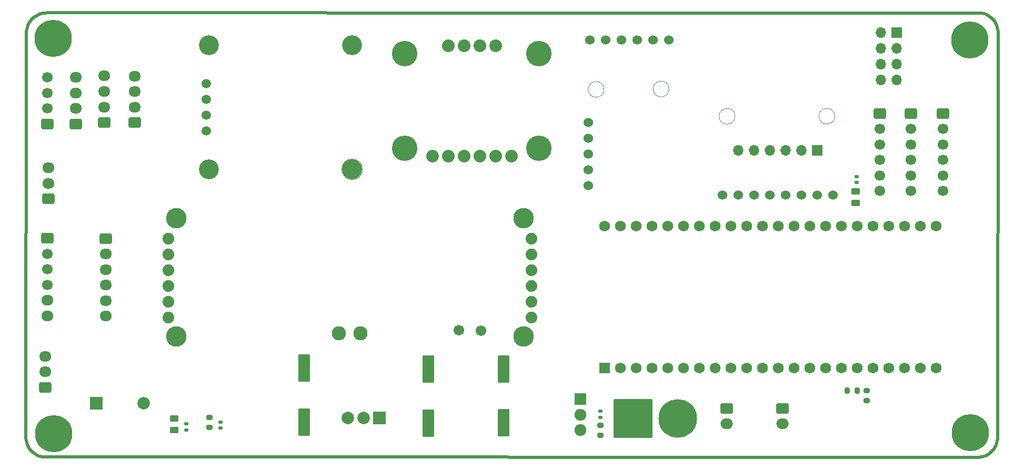
<source format=gbr>
%TF.GenerationSoftware,KiCad,Pcbnew,8.0.1*%
%TF.CreationDate,2024-04-08T11:37:36-05:00*%
%TF.ProjectId,C1,43312e6b-6963-4616-945f-706362585858,rev?*%
%TF.SameCoordinates,Original*%
%TF.FileFunction,Soldermask,Top*%
%TF.FilePolarity,Negative*%
%FSLAX46Y46*%
G04 Gerber Fmt 4.6, Leading zero omitted, Abs format (unit mm)*
G04 Created by KiCad (PCBNEW 8.0.1) date 2024-04-08 11:37:36*
%MOMM*%
%LPD*%
G01*
G04 APERTURE LIST*
G04 Aperture macros list*
%AMRoundRect*
0 Rectangle with rounded corners*
0 $1 Rounding radius*
0 $2 $3 $4 $5 $6 $7 $8 $9 X,Y pos of 4 corners*
0 Add a 4 corners polygon primitive as box body*
4,1,4,$2,$3,$4,$5,$6,$7,$8,$9,$2,$3,0*
0 Add four circle primitives for the rounded corners*
1,1,$1+$1,$2,$3*
1,1,$1+$1,$4,$5*
1,1,$1+$1,$6,$7*
1,1,$1+$1,$8,$9*
0 Add four rect primitives between the rounded corners*
20,1,$1+$1,$2,$3,$4,$5,0*
20,1,$1+$1,$4,$5,$6,$7,0*
20,1,$1+$1,$6,$7,$8,$9,0*
20,1,$1+$1,$8,$9,$2,$3,0*%
G04 Aperture macros list end*
%ADD10C,6.000000*%
%ADD11C,1.701800*%
%ADD12C,1.879600*%
%ADD13C,2.286000*%
%ADD14C,3.301600*%
%ADD15RoundRect,0.250000X0.700000X-1.950000X0.700000X1.950000X-0.700000X1.950000X-0.700000X-1.950000X0*%
%ADD16RoundRect,0.250000X-0.725000X0.600000X-0.725000X-0.600000X0.725000X-0.600000X0.725000X0.600000X0*%
%ADD17O,1.950000X1.700000*%
%ADD18RoundRect,0.250000X0.725000X-0.600000X0.725000X0.600000X-0.725000X0.600000X-0.725000X-0.600000X0*%
%ADD19C,1.700000*%
%ADD20RoundRect,0.250000X0.450000X-0.262500X0.450000X0.262500X-0.450000X0.262500X-0.450000X-0.262500X0*%
%ADD21RoundRect,0.147500X-0.172500X0.147500X-0.172500X-0.147500X0.172500X-0.147500X0.172500X0.147500X0*%
%ADD22R,2.000000X2.000000*%
%ADD23C,2.000000*%
%ADD24RoundRect,0.200000X-0.200000X-0.275000X0.200000X-0.275000X0.200000X0.275000X-0.200000X0.275000X0*%
%ADD25C,6.204000*%
%ADD26RoundRect,0.102000X-3.000000X-3.000000X3.000000X-3.000000X3.000000X3.000000X-3.000000X3.000000X0*%
%ADD27R,1.900000X1.900000*%
%ADD28C,1.900000*%
%ADD29RoundRect,0.250000X-0.450000X0.262500X-0.450000X-0.262500X0.450000X-0.262500X0.450000X0.262500X0*%
%ADD30RoundRect,0.250000X-0.750000X0.600000X-0.750000X-0.600000X0.750000X-0.600000X0.750000X0.600000X0*%
%ADD31O,2.000000X1.700000*%
%ADD32R,1.700000X1.700000*%
%ADD33O,1.700000X1.700000*%
%ADD34RoundRect,0.102000X0.765000X-0.765000X0.765000X0.765000X-0.765000X0.765000X-0.765000X-0.765000X0*%
%ADD35C,1.734000*%
%ADD36RoundRect,0.200000X-0.275000X0.200000X-0.275000X-0.200000X0.275000X-0.200000X0.275000X0.200000X0*%
%ADD37C,1.524000*%
%ADD38RoundRect,0.200000X0.275000X-0.200000X0.275000X0.200000X-0.275000X0.200000X-0.275000X-0.200000X0*%
%ADD39C,3.200000*%
%ADD40C,1.500000*%
%ADD41C,2.032000*%
%ADD42C,4.101600*%
%TA.AperFunction,Profile*%
%ADD43C,0.100000*%
%TD*%
%TA.AperFunction,Profile*%
%ADD44C,0.500000*%
%TD*%
G04 APERTURE END LIST*
D10*
%TO.C,H2*%
X71550000Y-127270000D03*
%TD*%
D11*
%TO.C,J4*%
X136780000Y-110647000D03*
X140348000Y-110697000D03*
D12*
X148464000Y-95915000D03*
D13*
X120970000Y-111160000D03*
D12*
X90044000Y-95915000D03*
X148464000Y-98455000D03*
X90044000Y-98455000D03*
X148464000Y-100995000D03*
X90044000Y-100995000D03*
X148464000Y-103535000D03*
X90044000Y-103535000D03*
X148464000Y-106075000D03*
X90044000Y-106075000D03*
X148464000Y-108615000D03*
D13*
X117470000Y-111160000D03*
D12*
X90044000Y-108615000D03*
D14*
X147194000Y-111663000D03*
X147194000Y-92613000D03*
X91314000Y-111663000D03*
X91314000Y-92613000D03*
%TD*%
D15*
%TO.C,C1*%
X143960000Y-125560000D03*
X143960000Y-116860000D03*
%TD*%
D16*
%TO.C,GPS-M10Q1*%
X79950000Y-95870000D03*
D17*
X79950000Y-98370000D03*
X79950000Y-100870000D03*
X79950000Y-103370000D03*
X79950000Y-105870000D03*
X79950000Y-108370000D03*
%TD*%
D18*
%TO.C,LIDAR1*%
X70590000Y-77410000D03*
D19*
X70590000Y-74910000D03*
X70590000Y-72410000D03*
X70590000Y-69910000D03*
%TD*%
D16*
%TO.C,J1*%
X204530000Y-75720000D03*
D19*
X204530000Y-78220000D03*
X204530000Y-80720000D03*
X204530000Y-83220000D03*
X204530000Y-85720000D03*
X204530000Y-88220000D03*
%TD*%
D18*
%TO.C,Encoder1*%
X70740000Y-89500000D03*
D17*
X70740000Y-87000000D03*
X70740000Y-84500000D03*
%TD*%
D16*
%TO.C,J5*%
X209500000Y-75720000D03*
D19*
X209500000Y-78220000D03*
X209500000Y-80720000D03*
X209500000Y-83220000D03*
X209500000Y-85720000D03*
X209500000Y-88220000D03*
%TD*%
D20*
%TO.C,R3*%
X200620000Y-90122500D03*
X200620000Y-88297500D03*
%TD*%
D15*
%TO.C,C3*%
X131840000Y-125580000D03*
X131840000Y-116880000D03*
%TD*%
D21*
%TO.C,D1*%
X159512000Y-123698000D03*
X159512000Y-124668000D03*
%TD*%
D18*
%TO.C,LIDAR4*%
X84582000Y-77210000D03*
D17*
X84582000Y-74710000D03*
X84582000Y-72210000D03*
X84582000Y-69710000D03*
%TD*%
D10*
%TO.C,H3*%
X219060000Y-127170000D03*
%TD*%
D21*
%TO.C,D2*%
X98450000Y-125435000D03*
X98450000Y-126405000D03*
%TD*%
D22*
%TO.C,U1*%
X123962000Y-124778000D03*
D23*
X121422000Y-124778000D03*
X118882000Y-124778000D03*
%TD*%
D24*
%TO.C,R6*%
X199230000Y-120400000D03*
X200880000Y-120400000D03*
%TD*%
D25*
%TO.C,J8*%
X172000000Y-124820000D03*
D26*
X164800000Y-124820000D03*
%TD*%
D27*
%TO.C,SW2*%
X156310000Y-121720000D03*
D28*
X156310000Y-124220000D03*
X156310000Y-126720000D03*
%TD*%
D21*
%TO.C,D3*%
X200740000Y-85905000D03*
X200740000Y-86875000D03*
%TD*%
D29*
%TO.C,R4*%
X90932000Y-124857500D03*
X90932000Y-126682500D03*
%TD*%
D22*
%TO.C,BZ1*%
X78440000Y-122360000D03*
D23*
X86040000Y-122360000D03*
%TD*%
D10*
%TO.C,H4*%
X218940000Y-63850000D03*
%TD*%
D30*
%TO.C,J10*%
X179900000Y-123210000D03*
D31*
X179900000Y-125710000D03*
%TD*%
D16*
%TO.C,GPS-M10Q5883*%
X70590000Y-95840000D03*
D19*
X70590000Y-98340000D03*
X70590000Y-100840000D03*
X70590000Y-103340000D03*
D17*
X70590000Y-105840000D03*
X70590000Y-108340000D03*
%TD*%
D15*
%TO.C,C2*%
X111900000Y-125430000D03*
X111900000Y-116730000D03*
%TD*%
D32*
%TO.C,NRF24L1*%
X207240000Y-62670000D03*
D33*
X204700000Y-62670000D03*
X207240000Y-65210000D03*
X204700000Y-65210000D03*
X207240000Y-67750000D03*
X204700000Y-67750000D03*
X207240000Y-70290000D03*
X204700000Y-70290000D03*
%TD*%
D34*
%TO.C,U3*%
X160210000Y-116720000D03*
D35*
X162750000Y-116720000D03*
X165290000Y-116720000D03*
X167830000Y-116720000D03*
X170370000Y-116720000D03*
X172910000Y-116720000D03*
X175450000Y-116720000D03*
X177990000Y-116720000D03*
X180530000Y-116720000D03*
X183070000Y-116720000D03*
X185610000Y-116720000D03*
X188150000Y-116720000D03*
X190690000Y-116720000D03*
X193230000Y-116720000D03*
X195770000Y-116720000D03*
X198310000Y-116720000D03*
X200850000Y-116720000D03*
X203390000Y-116720000D03*
X205930000Y-116720000D03*
X208470000Y-116720000D03*
X211010000Y-116720000D03*
X213550000Y-116720000D03*
X160210000Y-93860000D03*
X162750000Y-93860000D03*
X165290000Y-93860000D03*
X167830000Y-93860000D03*
X170370000Y-93860000D03*
X172910000Y-93860000D03*
X175450000Y-93860000D03*
X177990000Y-93860000D03*
X180530000Y-93860000D03*
X183070000Y-93860000D03*
X185610000Y-93860000D03*
X188150000Y-93860000D03*
X190690000Y-93860000D03*
X193230000Y-93860000D03*
X195770000Y-93860000D03*
X198310000Y-93860000D03*
X200850000Y-93860000D03*
X203390000Y-93860000D03*
X205930000Y-93860000D03*
X208470000Y-93860000D03*
X211010000Y-93860000D03*
X213550000Y-93860000D03*
%TD*%
D36*
%TO.C,R5*%
X202350000Y-120335000D03*
X202350000Y-121985000D03*
%TD*%
D37*
%TO.C,BMP280*%
X170547000Y-63927000D03*
X168007000Y-63927000D03*
X165467000Y-63927000D03*
X162927000Y-63927000D03*
X160387000Y-63927000D03*
X157847000Y-63927000D03*
%TD*%
D36*
%TO.C,R2*%
X96650000Y-124655000D03*
X96650000Y-126305000D03*
%TD*%
D18*
%TO.C,Pitot1*%
X70190000Y-119840000D03*
D17*
X70190000Y-117340000D03*
X70190000Y-114840000D03*
%TD*%
D38*
%TO.C,R1*%
X159512000Y-127571000D03*
X159512000Y-125921000D03*
%TD*%
D39*
%TO.C,Oled1*%
X96590000Y-84730000D03*
X119590000Y-84730000D03*
X96590000Y-64730000D03*
X119590000Y-64730000D03*
D40*
X96090000Y-78540000D03*
X96090000Y-76000000D03*
X96090000Y-73460000D03*
X96090000Y-70920000D03*
%TD*%
D18*
%TO.C,LIDAR2*%
X75138000Y-77410000D03*
D17*
X75138000Y-74910000D03*
X75138000Y-72410000D03*
X75138000Y-69910000D03*
%TD*%
D16*
%TO.C,J6*%
X214660000Y-75720000D03*
D19*
X214660000Y-78220000D03*
X214660000Y-80720000D03*
X214660000Y-83220000D03*
X214660000Y-85720000D03*
X214660000Y-88220000D03*
%TD*%
D41*
%TO.C,J3*%
X132526200Y-82590300D03*
X135066200Y-82590300D03*
X137606200Y-82590300D03*
X140146200Y-82590300D03*
X142686200Y-82590300D03*
X145226200Y-82590300D03*
X135066200Y-64810300D03*
X137606200Y-64810300D03*
X140146200Y-64810300D03*
X142686200Y-64810300D03*
D42*
X128081200Y-66080300D03*
X128081200Y-81320300D03*
X149671200Y-66080300D03*
X149671200Y-81320300D03*
%TD*%
D21*
%TO.C,D4*%
X92920000Y-125715000D03*
X92920000Y-126685000D03*
%TD*%
D30*
%TO.C,J9*%
X188840000Y-123220000D03*
D31*
X188840000Y-125720000D03*
%TD*%
D37*
%TO.C,Gy-271*%
X157592000Y-77187000D03*
X157592000Y-79727000D03*
X157592000Y-82267000D03*
X157592000Y-84807000D03*
X157592000Y-87347000D03*
%TD*%
D18*
%TO.C,LIDAR3*%
X79710000Y-77190000D03*
D17*
X79710000Y-74690000D03*
X79710000Y-72190000D03*
X79710000Y-69690000D03*
%TD*%
D37*
%TO.C,J7*%
X179197000Y-88885000D03*
X181737000Y-88885000D03*
X184277000Y-88885000D03*
X186817000Y-88885000D03*
X189357000Y-88885000D03*
X191897000Y-88885000D03*
X194437000Y-88885000D03*
X196977000Y-88885000D03*
%TD*%
D10*
%TO.C,H1*%
X71520000Y-63670000D03*
%TD*%
D32*
%TO.C,J2*%
X194430000Y-81630000D03*
D33*
X191890000Y-81630000D03*
X189350000Y-81630000D03*
X186810000Y-81630000D03*
X184270000Y-81630000D03*
X181730000Y-81630000D03*
%TD*%
D43*
X121264362Y-84734361D02*
G75*
G02*
X117935638Y-84734361I-1664362J0D01*
G01*
X117935638Y-84734361D02*
G75*
G02*
X121264362Y-84734361I1664362J0D01*
G01*
X197253146Y-76173145D02*
G75*
G02*
X194706854Y-76173145I-1273146J0D01*
G01*
X194706854Y-76173145D02*
G75*
G02*
X197253146Y-76173145I1273146J0D01*
G01*
D44*
X161119995Y-59574831D02*
X220354932Y-59539894D01*
X220533095Y-59542393D01*
X220887181Y-59582293D01*
X221234573Y-59661586D01*
X221570903Y-59779275D01*
X221891942Y-59933881D01*
X222193652Y-60123460D01*
X222472239Y-60345626D01*
X222724200Y-60597587D01*
X222946366Y-60876174D01*
X223135945Y-61177884D01*
X223290551Y-61498923D01*
X223408240Y-61835253D01*
X223487533Y-62182645D01*
X223527433Y-62536731D01*
X223529932Y-62714894D01*
X223459995Y-127919831D01*
X223457498Y-128097995D01*
X223417602Y-128452082D01*
X223338311Y-128799476D01*
X223220624Y-129135808D01*
X223066019Y-129456848D01*
X222876441Y-129758560D01*
X222654274Y-130037148D01*
X222402312Y-130289110D01*
X222123724Y-130511277D01*
X221822012Y-130700855D01*
X221500972Y-130855460D01*
X221164640Y-130973147D01*
X220817246Y-131052438D01*
X220463159Y-131092334D01*
X220284995Y-131094831D01*
X70289995Y-131059831D01*
X70111831Y-131057334D01*
X69757744Y-131017438D01*
X69410350Y-130938147D01*
X69074018Y-130820460D01*
X68752978Y-130665855D01*
X68451266Y-130476277D01*
X68172678Y-130254110D01*
X67920716Y-130002148D01*
X67698549Y-129723560D01*
X67508971Y-129421848D01*
X67354366Y-129100808D01*
X67236679Y-128764476D01*
X67157388Y-128417082D01*
X67117492Y-128062995D01*
X67114995Y-127884831D01*
X67200059Y-62734895D01*
X67202558Y-62556732D01*
X67242458Y-62202646D01*
X67321751Y-61855254D01*
X67439440Y-61518923D01*
X67594046Y-61197885D01*
X67783624Y-60896175D01*
X68005791Y-60617588D01*
X68257752Y-60365627D01*
X68536339Y-60143460D01*
X68838049Y-59953882D01*
X69159087Y-59799276D01*
X69495418Y-59681587D01*
X69842810Y-59602294D01*
X70196896Y-59562394D01*
X70540000Y-59500000D01*
X161119995Y-59574831D01*
D43*
X181203146Y-76183145D02*
G75*
G02*
X178656854Y-76183145I-1273146J0D01*
G01*
X178656854Y-76183145D02*
G75*
G02*
X181203146Y-76183145I1273146J0D01*
G01*
X160133146Y-71853145D02*
G75*
G02*
X157586854Y-71853145I-1273146J0D01*
G01*
X157586854Y-71853145D02*
G75*
G02*
X160133146Y-71853145I1273146J0D01*
G01*
X170576291Y-71780000D02*
G75*
G02*
X168029999Y-71780000I-1273146J0D01*
G01*
X168029999Y-71780000D02*
G75*
G02*
X170576291Y-71780000I1273146J0D01*
G01*
M02*

</source>
